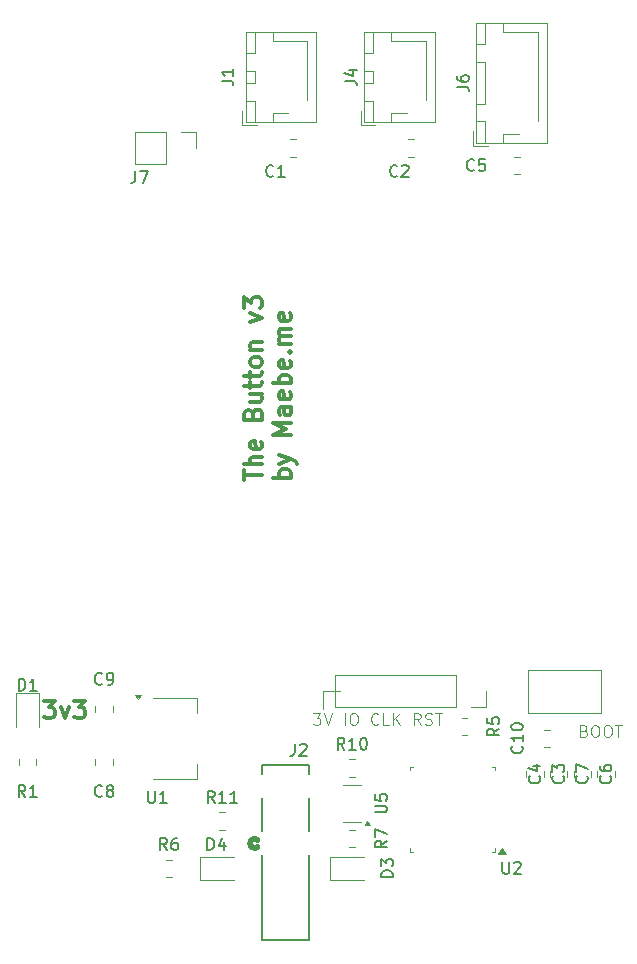
<source format=gbr>
%TF.GenerationSoftware,KiCad,Pcbnew,8.0.8*%
%TF.CreationDate,2025-01-17T17:00:29+08:00*%
%TF.ProjectId,The Button,54686520-4275-4747-946f-6e2e6b696361,rev?*%
%TF.SameCoordinates,Original*%
%TF.FileFunction,Legend,Top*%
%TF.FilePolarity,Positive*%
%FSLAX46Y46*%
G04 Gerber Fmt 4.6, Leading zero omitted, Abs format (unit mm)*
G04 Created by KiCad (PCBNEW 8.0.8) date 2025-01-17 17:00:29*
%MOMM*%
%LPD*%
G01*
G04 APERTURE LIST*
%ADD10C,0.300000*%
%ADD11C,0.100000*%
%ADD12C,0.150000*%
%ADD13C,0.120000*%
%ADD14C,0.152400*%
%ADD15C,0.508000*%
G04 APERTURE END LIST*
D10*
X150411653Y-82300828D02*
X151340225Y-82300828D01*
X151340225Y-82300828D02*
X150840225Y-82872257D01*
X150840225Y-82872257D02*
X151054510Y-82872257D01*
X151054510Y-82872257D02*
X151197368Y-82943685D01*
X151197368Y-82943685D02*
X151268796Y-83015114D01*
X151268796Y-83015114D02*
X151340225Y-83157971D01*
X151340225Y-83157971D02*
X151340225Y-83515114D01*
X151340225Y-83515114D02*
X151268796Y-83657971D01*
X151268796Y-83657971D02*
X151197368Y-83729400D01*
X151197368Y-83729400D02*
X151054510Y-83800828D01*
X151054510Y-83800828D02*
X150625939Y-83800828D01*
X150625939Y-83800828D02*
X150483082Y-83729400D01*
X150483082Y-83729400D02*
X150411653Y-83657971D01*
X151840224Y-82800828D02*
X152197367Y-83800828D01*
X152197367Y-83800828D02*
X152554510Y-82800828D01*
X152983081Y-82300828D02*
X153911653Y-82300828D01*
X153911653Y-82300828D02*
X153411653Y-82872257D01*
X153411653Y-82872257D02*
X153625938Y-82872257D01*
X153625938Y-82872257D02*
X153768796Y-82943685D01*
X153768796Y-82943685D02*
X153840224Y-83015114D01*
X153840224Y-83015114D02*
X153911653Y-83157971D01*
X153911653Y-83157971D02*
X153911653Y-83515114D01*
X153911653Y-83515114D02*
X153840224Y-83657971D01*
X153840224Y-83657971D02*
X153768796Y-83729400D01*
X153768796Y-83729400D02*
X153625938Y-83800828D01*
X153625938Y-83800828D02*
X153197367Y-83800828D01*
X153197367Y-83800828D02*
X153054510Y-83729400D01*
X153054510Y-83729400D02*
X152983081Y-83657971D01*
D11*
X174000000Y-83000000D02*
X174000000Y-81500000D01*
X173208646Y-83372419D02*
X173827693Y-83372419D01*
X173827693Y-83372419D02*
X173494360Y-83753371D01*
X173494360Y-83753371D02*
X173637217Y-83753371D01*
X173637217Y-83753371D02*
X173732455Y-83800990D01*
X173732455Y-83800990D02*
X173780074Y-83848609D01*
X173780074Y-83848609D02*
X173827693Y-83943847D01*
X173827693Y-83943847D02*
X173827693Y-84181942D01*
X173827693Y-84181942D02*
X173780074Y-84277180D01*
X173780074Y-84277180D02*
X173732455Y-84324800D01*
X173732455Y-84324800D02*
X173637217Y-84372419D01*
X173637217Y-84372419D02*
X173351503Y-84372419D01*
X173351503Y-84372419D02*
X173256265Y-84324800D01*
X173256265Y-84324800D02*
X173208646Y-84277180D01*
X174113408Y-83372419D02*
X174446741Y-84372419D01*
X174446741Y-84372419D02*
X174780074Y-83372419D01*
X175875313Y-84372419D02*
X175875313Y-83372419D01*
X176541979Y-83372419D02*
X176732455Y-83372419D01*
X176732455Y-83372419D02*
X176827693Y-83420038D01*
X176827693Y-83420038D02*
X176922931Y-83515276D01*
X176922931Y-83515276D02*
X176970550Y-83705752D01*
X176970550Y-83705752D02*
X176970550Y-84039085D01*
X176970550Y-84039085D02*
X176922931Y-84229561D01*
X176922931Y-84229561D02*
X176827693Y-84324800D01*
X176827693Y-84324800D02*
X176732455Y-84372419D01*
X176732455Y-84372419D02*
X176541979Y-84372419D01*
X176541979Y-84372419D02*
X176446741Y-84324800D01*
X176446741Y-84324800D02*
X176351503Y-84229561D01*
X176351503Y-84229561D02*
X176303884Y-84039085D01*
X176303884Y-84039085D02*
X176303884Y-83705752D01*
X176303884Y-83705752D02*
X176351503Y-83515276D01*
X176351503Y-83515276D02*
X176446741Y-83420038D01*
X176446741Y-83420038D02*
X176541979Y-83372419D01*
X178732455Y-84277180D02*
X178684836Y-84324800D01*
X178684836Y-84324800D02*
X178541979Y-84372419D01*
X178541979Y-84372419D02*
X178446741Y-84372419D01*
X178446741Y-84372419D02*
X178303884Y-84324800D01*
X178303884Y-84324800D02*
X178208646Y-84229561D01*
X178208646Y-84229561D02*
X178161027Y-84134323D01*
X178161027Y-84134323D02*
X178113408Y-83943847D01*
X178113408Y-83943847D02*
X178113408Y-83800990D01*
X178113408Y-83800990D02*
X178161027Y-83610514D01*
X178161027Y-83610514D02*
X178208646Y-83515276D01*
X178208646Y-83515276D02*
X178303884Y-83420038D01*
X178303884Y-83420038D02*
X178446741Y-83372419D01*
X178446741Y-83372419D02*
X178541979Y-83372419D01*
X178541979Y-83372419D02*
X178684836Y-83420038D01*
X178684836Y-83420038D02*
X178732455Y-83467657D01*
X179637217Y-84372419D02*
X179161027Y-84372419D01*
X179161027Y-84372419D02*
X179161027Y-83372419D01*
X179970551Y-84372419D02*
X179970551Y-83372419D01*
X180541979Y-84372419D02*
X180113408Y-83800990D01*
X180541979Y-83372419D02*
X179970551Y-83943847D01*
X182303884Y-84372419D02*
X181970551Y-83896228D01*
X181732456Y-84372419D02*
X181732456Y-83372419D01*
X181732456Y-83372419D02*
X182113408Y-83372419D01*
X182113408Y-83372419D02*
X182208646Y-83420038D01*
X182208646Y-83420038D02*
X182256265Y-83467657D01*
X182256265Y-83467657D02*
X182303884Y-83562895D01*
X182303884Y-83562895D02*
X182303884Y-83705752D01*
X182303884Y-83705752D02*
X182256265Y-83800990D01*
X182256265Y-83800990D02*
X182208646Y-83848609D01*
X182208646Y-83848609D02*
X182113408Y-83896228D01*
X182113408Y-83896228D02*
X181732456Y-83896228D01*
X182684837Y-84324800D02*
X182827694Y-84372419D01*
X182827694Y-84372419D02*
X183065789Y-84372419D01*
X183065789Y-84372419D02*
X183161027Y-84324800D01*
X183161027Y-84324800D02*
X183208646Y-84277180D01*
X183208646Y-84277180D02*
X183256265Y-84181942D01*
X183256265Y-84181942D02*
X183256265Y-84086704D01*
X183256265Y-84086704D02*
X183208646Y-83991466D01*
X183208646Y-83991466D02*
X183161027Y-83943847D01*
X183161027Y-83943847D02*
X183065789Y-83896228D01*
X183065789Y-83896228D02*
X182875313Y-83848609D01*
X182875313Y-83848609D02*
X182780075Y-83800990D01*
X182780075Y-83800990D02*
X182732456Y-83753371D01*
X182732456Y-83753371D02*
X182684837Y-83658133D01*
X182684837Y-83658133D02*
X182684837Y-83562895D01*
X182684837Y-83562895D02*
X182732456Y-83467657D01*
X182732456Y-83467657D02*
X182780075Y-83420038D01*
X182780075Y-83420038D02*
X182875313Y-83372419D01*
X182875313Y-83372419D02*
X183113408Y-83372419D01*
X183113408Y-83372419D02*
X183256265Y-83420038D01*
X183541980Y-83372419D02*
X184113408Y-83372419D01*
X183827694Y-84372419D02*
X183827694Y-83372419D01*
X196137217Y-84848609D02*
X196280074Y-84896228D01*
X196280074Y-84896228D02*
X196327693Y-84943847D01*
X196327693Y-84943847D02*
X196375312Y-85039085D01*
X196375312Y-85039085D02*
X196375312Y-85181942D01*
X196375312Y-85181942D02*
X196327693Y-85277180D01*
X196327693Y-85277180D02*
X196280074Y-85324800D01*
X196280074Y-85324800D02*
X196184836Y-85372419D01*
X196184836Y-85372419D02*
X195803884Y-85372419D01*
X195803884Y-85372419D02*
X195803884Y-84372419D01*
X195803884Y-84372419D02*
X196137217Y-84372419D01*
X196137217Y-84372419D02*
X196232455Y-84420038D01*
X196232455Y-84420038D02*
X196280074Y-84467657D01*
X196280074Y-84467657D02*
X196327693Y-84562895D01*
X196327693Y-84562895D02*
X196327693Y-84658133D01*
X196327693Y-84658133D02*
X196280074Y-84753371D01*
X196280074Y-84753371D02*
X196232455Y-84800990D01*
X196232455Y-84800990D02*
X196137217Y-84848609D01*
X196137217Y-84848609D02*
X195803884Y-84848609D01*
X196994360Y-84372419D02*
X197184836Y-84372419D01*
X197184836Y-84372419D02*
X197280074Y-84420038D01*
X197280074Y-84420038D02*
X197375312Y-84515276D01*
X197375312Y-84515276D02*
X197422931Y-84705752D01*
X197422931Y-84705752D02*
X197422931Y-85039085D01*
X197422931Y-85039085D02*
X197375312Y-85229561D01*
X197375312Y-85229561D02*
X197280074Y-85324800D01*
X197280074Y-85324800D02*
X197184836Y-85372419D01*
X197184836Y-85372419D02*
X196994360Y-85372419D01*
X196994360Y-85372419D02*
X196899122Y-85324800D01*
X196899122Y-85324800D02*
X196803884Y-85229561D01*
X196803884Y-85229561D02*
X196756265Y-85039085D01*
X196756265Y-85039085D02*
X196756265Y-84705752D01*
X196756265Y-84705752D02*
X196803884Y-84515276D01*
X196803884Y-84515276D02*
X196899122Y-84420038D01*
X196899122Y-84420038D02*
X196994360Y-84372419D01*
X198041979Y-84372419D02*
X198232455Y-84372419D01*
X198232455Y-84372419D02*
X198327693Y-84420038D01*
X198327693Y-84420038D02*
X198422931Y-84515276D01*
X198422931Y-84515276D02*
X198470550Y-84705752D01*
X198470550Y-84705752D02*
X198470550Y-85039085D01*
X198470550Y-85039085D02*
X198422931Y-85229561D01*
X198422931Y-85229561D02*
X198327693Y-85324800D01*
X198327693Y-85324800D02*
X198232455Y-85372419D01*
X198232455Y-85372419D02*
X198041979Y-85372419D01*
X198041979Y-85372419D02*
X197946741Y-85324800D01*
X197946741Y-85324800D02*
X197851503Y-85229561D01*
X197851503Y-85229561D02*
X197803884Y-85039085D01*
X197803884Y-85039085D02*
X197803884Y-84705752D01*
X197803884Y-84705752D02*
X197851503Y-84515276D01*
X197851503Y-84515276D02*
X197946741Y-84420038D01*
X197946741Y-84420038D02*
X198041979Y-84372419D01*
X198756265Y-84372419D02*
X199327693Y-84372419D01*
X199041979Y-85372419D02*
X199041979Y-84372419D01*
D10*
X167385912Y-63659774D02*
X167385912Y-62802632D01*
X168885912Y-63231203D02*
X167385912Y-63231203D01*
X168885912Y-62302632D02*
X167385912Y-62302632D01*
X168885912Y-61659775D02*
X168100198Y-61659775D01*
X168100198Y-61659775D02*
X167957341Y-61731203D01*
X167957341Y-61731203D02*
X167885912Y-61874060D01*
X167885912Y-61874060D02*
X167885912Y-62088346D01*
X167885912Y-62088346D02*
X167957341Y-62231203D01*
X167957341Y-62231203D02*
X168028769Y-62302632D01*
X168814484Y-60374060D02*
X168885912Y-60516917D01*
X168885912Y-60516917D02*
X168885912Y-60802632D01*
X168885912Y-60802632D02*
X168814484Y-60945489D01*
X168814484Y-60945489D02*
X168671626Y-61016917D01*
X168671626Y-61016917D02*
X168100198Y-61016917D01*
X168100198Y-61016917D02*
X167957341Y-60945489D01*
X167957341Y-60945489D02*
X167885912Y-60802632D01*
X167885912Y-60802632D02*
X167885912Y-60516917D01*
X167885912Y-60516917D02*
X167957341Y-60374060D01*
X167957341Y-60374060D02*
X168100198Y-60302632D01*
X168100198Y-60302632D02*
X168243055Y-60302632D01*
X168243055Y-60302632D02*
X168385912Y-61016917D01*
X168100198Y-58016918D02*
X168171626Y-57802632D01*
X168171626Y-57802632D02*
X168243055Y-57731203D01*
X168243055Y-57731203D02*
X168385912Y-57659775D01*
X168385912Y-57659775D02*
X168600198Y-57659775D01*
X168600198Y-57659775D02*
X168743055Y-57731203D01*
X168743055Y-57731203D02*
X168814484Y-57802632D01*
X168814484Y-57802632D02*
X168885912Y-57945489D01*
X168885912Y-57945489D02*
X168885912Y-58516918D01*
X168885912Y-58516918D02*
X167385912Y-58516918D01*
X167385912Y-58516918D02*
X167385912Y-58016918D01*
X167385912Y-58016918D02*
X167457341Y-57874061D01*
X167457341Y-57874061D02*
X167528769Y-57802632D01*
X167528769Y-57802632D02*
X167671626Y-57731203D01*
X167671626Y-57731203D02*
X167814484Y-57731203D01*
X167814484Y-57731203D02*
X167957341Y-57802632D01*
X167957341Y-57802632D02*
X168028769Y-57874061D01*
X168028769Y-57874061D02*
X168100198Y-58016918D01*
X168100198Y-58016918D02*
X168100198Y-58516918D01*
X167885912Y-56374061D02*
X168885912Y-56374061D01*
X167885912Y-57016918D02*
X168671626Y-57016918D01*
X168671626Y-57016918D02*
X168814484Y-56945489D01*
X168814484Y-56945489D02*
X168885912Y-56802632D01*
X168885912Y-56802632D02*
X168885912Y-56588346D01*
X168885912Y-56588346D02*
X168814484Y-56445489D01*
X168814484Y-56445489D02*
X168743055Y-56374061D01*
X167885912Y-55874060D02*
X167885912Y-55302632D01*
X167385912Y-55659775D02*
X168671626Y-55659775D01*
X168671626Y-55659775D02*
X168814484Y-55588346D01*
X168814484Y-55588346D02*
X168885912Y-55445489D01*
X168885912Y-55445489D02*
X168885912Y-55302632D01*
X167885912Y-55016917D02*
X167885912Y-54445489D01*
X167385912Y-54802632D02*
X168671626Y-54802632D01*
X168671626Y-54802632D02*
X168814484Y-54731203D01*
X168814484Y-54731203D02*
X168885912Y-54588346D01*
X168885912Y-54588346D02*
X168885912Y-54445489D01*
X168885912Y-53731203D02*
X168814484Y-53874060D01*
X168814484Y-53874060D02*
X168743055Y-53945489D01*
X168743055Y-53945489D02*
X168600198Y-54016917D01*
X168600198Y-54016917D02*
X168171626Y-54016917D01*
X168171626Y-54016917D02*
X168028769Y-53945489D01*
X168028769Y-53945489D02*
X167957341Y-53874060D01*
X167957341Y-53874060D02*
X167885912Y-53731203D01*
X167885912Y-53731203D02*
X167885912Y-53516917D01*
X167885912Y-53516917D02*
X167957341Y-53374060D01*
X167957341Y-53374060D02*
X168028769Y-53302632D01*
X168028769Y-53302632D02*
X168171626Y-53231203D01*
X168171626Y-53231203D02*
X168600198Y-53231203D01*
X168600198Y-53231203D02*
X168743055Y-53302632D01*
X168743055Y-53302632D02*
X168814484Y-53374060D01*
X168814484Y-53374060D02*
X168885912Y-53516917D01*
X168885912Y-53516917D02*
X168885912Y-53731203D01*
X167885912Y-52588346D02*
X168885912Y-52588346D01*
X168028769Y-52588346D02*
X167957341Y-52516917D01*
X167957341Y-52516917D02*
X167885912Y-52374060D01*
X167885912Y-52374060D02*
X167885912Y-52159774D01*
X167885912Y-52159774D02*
X167957341Y-52016917D01*
X167957341Y-52016917D02*
X168100198Y-51945489D01*
X168100198Y-51945489D02*
X168885912Y-51945489D01*
X167885912Y-50231203D02*
X168885912Y-49874060D01*
X168885912Y-49874060D02*
X167885912Y-49516917D01*
X167385912Y-49088346D02*
X167385912Y-48159774D01*
X167385912Y-48159774D02*
X167957341Y-48659774D01*
X167957341Y-48659774D02*
X167957341Y-48445489D01*
X167957341Y-48445489D02*
X168028769Y-48302632D01*
X168028769Y-48302632D02*
X168100198Y-48231203D01*
X168100198Y-48231203D02*
X168243055Y-48159774D01*
X168243055Y-48159774D02*
X168600198Y-48159774D01*
X168600198Y-48159774D02*
X168743055Y-48231203D01*
X168743055Y-48231203D02*
X168814484Y-48302632D01*
X168814484Y-48302632D02*
X168885912Y-48445489D01*
X168885912Y-48445489D02*
X168885912Y-48874060D01*
X168885912Y-48874060D02*
X168814484Y-49016917D01*
X168814484Y-49016917D02*
X168743055Y-49088346D01*
X171300828Y-63445489D02*
X169800828Y-63445489D01*
X170372257Y-63445489D02*
X170300828Y-63302632D01*
X170300828Y-63302632D02*
X170300828Y-63016917D01*
X170300828Y-63016917D02*
X170372257Y-62874060D01*
X170372257Y-62874060D02*
X170443685Y-62802632D01*
X170443685Y-62802632D02*
X170586542Y-62731203D01*
X170586542Y-62731203D02*
X171015114Y-62731203D01*
X171015114Y-62731203D02*
X171157971Y-62802632D01*
X171157971Y-62802632D02*
X171229400Y-62874060D01*
X171229400Y-62874060D02*
X171300828Y-63016917D01*
X171300828Y-63016917D02*
X171300828Y-63302632D01*
X171300828Y-63302632D02*
X171229400Y-63445489D01*
X170300828Y-62231203D02*
X171300828Y-61874060D01*
X170300828Y-61516917D02*
X171300828Y-61874060D01*
X171300828Y-61874060D02*
X171657971Y-62016917D01*
X171657971Y-62016917D02*
X171729400Y-62088346D01*
X171729400Y-62088346D02*
X171800828Y-62231203D01*
X171300828Y-59802632D02*
X169800828Y-59802632D01*
X169800828Y-59802632D02*
X170872257Y-59302632D01*
X170872257Y-59302632D02*
X169800828Y-58802632D01*
X169800828Y-58802632D02*
X171300828Y-58802632D01*
X171300828Y-57445489D02*
X170515114Y-57445489D01*
X170515114Y-57445489D02*
X170372257Y-57516917D01*
X170372257Y-57516917D02*
X170300828Y-57659774D01*
X170300828Y-57659774D02*
X170300828Y-57945489D01*
X170300828Y-57945489D02*
X170372257Y-58088346D01*
X171229400Y-57445489D02*
X171300828Y-57588346D01*
X171300828Y-57588346D02*
X171300828Y-57945489D01*
X171300828Y-57945489D02*
X171229400Y-58088346D01*
X171229400Y-58088346D02*
X171086542Y-58159774D01*
X171086542Y-58159774D02*
X170943685Y-58159774D01*
X170943685Y-58159774D02*
X170800828Y-58088346D01*
X170800828Y-58088346D02*
X170729400Y-57945489D01*
X170729400Y-57945489D02*
X170729400Y-57588346D01*
X170729400Y-57588346D02*
X170657971Y-57445489D01*
X171229400Y-56159774D02*
X171300828Y-56302631D01*
X171300828Y-56302631D02*
X171300828Y-56588346D01*
X171300828Y-56588346D02*
X171229400Y-56731203D01*
X171229400Y-56731203D02*
X171086542Y-56802631D01*
X171086542Y-56802631D02*
X170515114Y-56802631D01*
X170515114Y-56802631D02*
X170372257Y-56731203D01*
X170372257Y-56731203D02*
X170300828Y-56588346D01*
X170300828Y-56588346D02*
X170300828Y-56302631D01*
X170300828Y-56302631D02*
X170372257Y-56159774D01*
X170372257Y-56159774D02*
X170515114Y-56088346D01*
X170515114Y-56088346D02*
X170657971Y-56088346D01*
X170657971Y-56088346D02*
X170800828Y-56802631D01*
X171300828Y-55445489D02*
X169800828Y-55445489D01*
X170372257Y-55445489D02*
X170300828Y-55302632D01*
X170300828Y-55302632D02*
X170300828Y-55016917D01*
X170300828Y-55016917D02*
X170372257Y-54874060D01*
X170372257Y-54874060D02*
X170443685Y-54802632D01*
X170443685Y-54802632D02*
X170586542Y-54731203D01*
X170586542Y-54731203D02*
X171015114Y-54731203D01*
X171015114Y-54731203D02*
X171157971Y-54802632D01*
X171157971Y-54802632D02*
X171229400Y-54874060D01*
X171229400Y-54874060D02*
X171300828Y-55016917D01*
X171300828Y-55016917D02*
X171300828Y-55302632D01*
X171300828Y-55302632D02*
X171229400Y-55445489D01*
X171229400Y-53516917D02*
X171300828Y-53659774D01*
X171300828Y-53659774D02*
X171300828Y-53945489D01*
X171300828Y-53945489D02*
X171229400Y-54088346D01*
X171229400Y-54088346D02*
X171086542Y-54159774D01*
X171086542Y-54159774D02*
X170515114Y-54159774D01*
X170515114Y-54159774D02*
X170372257Y-54088346D01*
X170372257Y-54088346D02*
X170300828Y-53945489D01*
X170300828Y-53945489D02*
X170300828Y-53659774D01*
X170300828Y-53659774D02*
X170372257Y-53516917D01*
X170372257Y-53516917D02*
X170515114Y-53445489D01*
X170515114Y-53445489D02*
X170657971Y-53445489D01*
X170657971Y-53445489D02*
X170800828Y-54159774D01*
X171157971Y-52802632D02*
X171229400Y-52731203D01*
X171229400Y-52731203D02*
X171300828Y-52802632D01*
X171300828Y-52802632D02*
X171229400Y-52874060D01*
X171229400Y-52874060D02*
X171157971Y-52802632D01*
X171157971Y-52802632D02*
X171300828Y-52802632D01*
X171300828Y-52088346D02*
X170300828Y-52088346D01*
X170443685Y-52088346D02*
X170372257Y-52016917D01*
X170372257Y-52016917D02*
X170300828Y-51874060D01*
X170300828Y-51874060D02*
X170300828Y-51659774D01*
X170300828Y-51659774D02*
X170372257Y-51516917D01*
X170372257Y-51516917D02*
X170515114Y-51445489D01*
X170515114Y-51445489D02*
X171300828Y-51445489D01*
X170515114Y-51445489D02*
X170372257Y-51374060D01*
X170372257Y-51374060D02*
X170300828Y-51231203D01*
X170300828Y-51231203D02*
X170300828Y-51016917D01*
X170300828Y-51016917D02*
X170372257Y-50874060D01*
X170372257Y-50874060D02*
X170515114Y-50802631D01*
X170515114Y-50802631D02*
X171300828Y-50802631D01*
X171229400Y-49516917D02*
X171300828Y-49659774D01*
X171300828Y-49659774D02*
X171300828Y-49945489D01*
X171300828Y-49945489D02*
X171229400Y-50088346D01*
X171229400Y-50088346D02*
X171086542Y-50159774D01*
X171086542Y-50159774D02*
X170515114Y-50159774D01*
X170515114Y-50159774D02*
X170372257Y-50088346D01*
X170372257Y-50088346D02*
X170300828Y-49945489D01*
X170300828Y-49945489D02*
X170300828Y-49659774D01*
X170300828Y-49659774D02*
X170372257Y-49516917D01*
X170372257Y-49516917D02*
X170515114Y-49445489D01*
X170515114Y-49445489D02*
X170657971Y-49445489D01*
X170657971Y-49445489D02*
X170800828Y-50159774D01*
D11*
X174000000Y-81500000D02*
X175500000Y-81500000D01*
D12*
X158166666Y-37454819D02*
X158166666Y-38169104D01*
X158166666Y-38169104D02*
X158119047Y-38311961D01*
X158119047Y-38311961D02*
X158023809Y-38407200D01*
X158023809Y-38407200D02*
X157880952Y-38454819D01*
X157880952Y-38454819D02*
X157785714Y-38454819D01*
X158547619Y-37454819D02*
X159214285Y-37454819D01*
X159214285Y-37454819D02*
X158785714Y-38454819D01*
X179454819Y-94166666D02*
X178978628Y-94499999D01*
X179454819Y-94738094D02*
X178454819Y-94738094D01*
X178454819Y-94738094D02*
X178454819Y-94357142D01*
X178454819Y-94357142D02*
X178502438Y-94261904D01*
X178502438Y-94261904D02*
X178550057Y-94214285D01*
X178550057Y-94214285D02*
X178645295Y-94166666D01*
X178645295Y-94166666D02*
X178788152Y-94166666D01*
X178788152Y-94166666D02*
X178883390Y-94214285D01*
X178883390Y-94214285D02*
X178931009Y-94261904D01*
X178931009Y-94261904D02*
X178978628Y-94357142D01*
X178978628Y-94357142D02*
X178978628Y-94738094D01*
X178454819Y-93833332D02*
X178454819Y-93166666D01*
X178454819Y-93166666D02*
X179454819Y-93595237D01*
X194359580Y-88666666D02*
X194407200Y-88714285D01*
X194407200Y-88714285D02*
X194454819Y-88857142D01*
X194454819Y-88857142D02*
X194454819Y-88952380D01*
X194454819Y-88952380D02*
X194407200Y-89095237D01*
X194407200Y-89095237D02*
X194311961Y-89190475D01*
X194311961Y-89190475D02*
X194216723Y-89238094D01*
X194216723Y-89238094D02*
X194026247Y-89285713D01*
X194026247Y-89285713D02*
X193883390Y-89285713D01*
X193883390Y-89285713D02*
X193692914Y-89238094D01*
X193692914Y-89238094D02*
X193597676Y-89190475D01*
X193597676Y-89190475D02*
X193502438Y-89095237D01*
X193502438Y-89095237D02*
X193454819Y-88952380D01*
X193454819Y-88952380D02*
X193454819Y-88857142D01*
X193454819Y-88857142D02*
X193502438Y-88714285D01*
X193502438Y-88714285D02*
X193550057Y-88666666D01*
X193454819Y-88333332D02*
X193454819Y-87714285D01*
X193454819Y-87714285D02*
X193835771Y-88047618D01*
X193835771Y-88047618D02*
X193835771Y-87904761D01*
X193835771Y-87904761D02*
X193883390Y-87809523D01*
X193883390Y-87809523D02*
X193931009Y-87761904D01*
X193931009Y-87761904D02*
X194026247Y-87714285D01*
X194026247Y-87714285D02*
X194264342Y-87714285D01*
X194264342Y-87714285D02*
X194359580Y-87761904D01*
X194359580Y-87761904D02*
X194407200Y-87809523D01*
X194407200Y-87809523D02*
X194454819Y-87904761D01*
X194454819Y-87904761D02*
X194454819Y-88190475D01*
X194454819Y-88190475D02*
X194407200Y-88285713D01*
X194407200Y-88285713D02*
X194359580Y-88333332D01*
X155333333Y-90359580D02*
X155285714Y-90407200D01*
X155285714Y-90407200D02*
X155142857Y-90454819D01*
X155142857Y-90454819D02*
X155047619Y-90454819D01*
X155047619Y-90454819D02*
X154904762Y-90407200D01*
X154904762Y-90407200D02*
X154809524Y-90311961D01*
X154809524Y-90311961D02*
X154761905Y-90216723D01*
X154761905Y-90216723D02*
X154714286Y-90026247D01*
X154714286Y-90026247D02*
X154714286Y-89883390D01*
X154714286Y-89883390D02*
X154761905Y-89692914D01*
X154761905Y-89692914D02*
X154809524Y-89597676D01*
X154809524Y-89597676D02*
X154904762Y-89502438D01*
X154904762Y-89502438D02*
X155047619Y-89454819D01*
X155047619Y-89454819D02*
X155142857Y-89454819D01*
X155142857Y-89454819D02*
X155285714Y-89502438D01*
X155285714Y-89502438D02*
X155333333Y-89550057D01*
X155904762Y-89883390D02*
X155809524Y-89835771D01*
X155809524Y-89835771D02*
X155761905Y-89788152D01*
X155761905Y-89788152D02*
X155714286Y-89692914D01*
X155714286Y-89692914D02*
X155714286Y-89645295D01*
X155714286Y-89645295D02*
X155761905Y-89550057D01*
X155761905Y-89550057D02*
X155809524Y-89502438D01*
X155809524Y-89502438D02*
X155904762Y-89454819D01*
X155904762Y-89454819D02*
X156095238Y-89454819D01*
X156095238Y-89454819D02*
X156190476Y-89502438D01*
X156190476Y-89502438D02*
X156238095Y-89550057D01*
X156238095Y-89550057D02*
X156285714Y-89645295D01*
X156285714Y-89645295D02*
X156285714Y-89692914D01*
X156285714Y-89692914D02*
X156238095Y-89788152D01*
X156238095Y-89788152D02*
X156190476Y-89835771D01*
X156190476Y-89835771D02*
X156095238Y-89883390D01*
X156095238Y-89883390D02*
X155904762Y-89883390D01*
X155904762Y-89883390D02*
X155809524Y-89931009D01*
X155809524Y-89931009D02*
X155761905Y-89978628D01*
X155761905Y-89978628D02*
X155714286Y-90073866D01*
X155714286Y-90073866D02*
X155714286Y-90264342D01*
X155714286Y-90264342D02*
X155761905Y-90359580D01*
X155761905Y-90359580D02*
X155809524Y-90407200D01*
X155809524Y-90407200D02*
X155904762Y-90454819D01*
X155904762Y-90454819D02*
X156095238Y-90454819D01*
X156095238Y-90454819D02*
X156190476Y-90407200D01*
X156190476Y-90407200D02*
X156238095Y-90359580D01*
X156238095Y-90359580D02*
X156285714Y-90264342D01*
X156285714Y-90264342D02*
X156285714Y-90073866D01*
X156285714Y-90073866D02*
X156238095Y-89978628D01*
X156238095Y-89978628D02*
X156190476Y-89931009D01*
X156190476Y-89931009D02*
X156095238Y-89883390D01*
X164261905Y-94954819D02*
X164261905Y-93954819D01*
X164261905Y-93954819D02*
X164500000Y-93954819D01*
X164500000Y-93954819D02*
X164642857Y-94002438D01*
X164642857Y-94002438D02*
X164738095Y-94097676D01*
X164738095Y-94097676D02*
X164785714Y-94192914D01*
X164785714Y-94192914D02*
X164833333Y-94383390D01*
X164833333Y-94383390D02*
X164833333Y-94526247D01*
X164833333Y-94526247D02*
X164785714Y-94716723D01*
X164785714Y-94716723D02*
X164738095Y-94811961D01*
X164738095Y-94811961D02*
X164642857Y-94907200D01*
X164642857Y-94907200D02*
X164500000Y-94954819D01*
X164500000Y-94954819D02*
X164261905Y-94954819D01*
X165690476Y-94288152D02*
X165690476Y-94954819D01*
X165452381Y-93907200D02*
X165214286Y-94621485D01*
X165214286Y-94621485D02*
X165833333Y-94621485D01*
X159238095Y-89954819D02*
X159238095Y-90764342D01*
X159238095Y-90764342D02*
X159285714Y-90859580D01*
X159285714Y-90859580D02*
X159333333Y-90907200D01*
X159333333Y-90907200D02*
X159428571Y-90954819D01*
X159428571Y-90954819D02*
X159619047Y-90954819D01*
X159619047Y-90954819D02*
X159714285Y-90907200D01*
X159714285Y-90907200D02*
X159761904Y-90859580D01*
X159761904Y-90859580D02*
X159809523Y-90764342D01*
X159809523Y-90764342D02*
X159809523Y-89954819D01*
X160809523Y-90954819D02*
X160238095Y-90954819D01*
X160523809Y-90954819D02*
X160523809Y-89954819D01*
X160523809Y-89954819D02*
X160428571Y-90097676D01*
X160428571Y-90097676D02*
X160333333Y-90192914D01*
X160333333Y-90192914D02*
X160238095Y-90240533D01*
X169833333Y-37859580D02*
X169785714Y-37907200D01*
X169785714Y-37907200D02*
X169642857Y-37954819D01*
X169642857Y-37954819D02*
X169547619Y-37954819D01*
X169547619Y-37954819D02*
X169404762Y-37907200D01*
X169404762Y-37907200D02*
X169309524Y-37811961D01*
X169309524Y-37811961D02*
X169261905Y-37716723D01*
X169261905Y-37716723D02*
X169214286Y-37526247D01*
X169214286Y-37526247D02*
X169214286Y-37383390D01*
X169214286Y-37383390D02*
X169261905Y-37192914D01*
X169261905Y-37192914D02*
X169309524Y-37097676D01*
X169309524Y-37097676D02*
X169404762Y-37002438D01*
X169404762Y-37002438D02*
X169547619Y-36954819D01*
X169547619Y-36954819D02*
X169642857Y-36954819D01*
X169642857Y-36954819D02*
X169785714Y-37002438D01*
X169785714Y-37002438D02*
X169833333Y-37050057D01*
X170785714Y-37954819D02*
X170214286Y-37954819D01*
X170500000Y-37954819D02*
X170500000Y-36954819D01*
X170500000Y-36954819D02*
X170404762Y-37097676D01*
X170404762Y-37097676D02*
X170309524Y-37192914D01*
X170309524Y-37192914D02*
X170214286Y-37240533D01*
X178454819Y-91761904D02*
X179264342Y-91761904D01*
X179264342Y-91761904D02*
X179359580Y-91714285D01*
X179359580Y-91714285D02*
X179407200Y-91666666D01*
X179407200Y-91666666D02*
X179454819Y-91571428D01*
X179454819Y-91571428D02*
X179454819Y-91380952D01*
X179454819Y-91380952D02*
X179407200Y-91285714D01*
X179407200Y-91285714D02*
X179359580Y-91238095D01*
X179359580Y-91238095D02*
X179264342Y-91190476D01*
X179264342Y-91190476D02*
X178454819Y-91190476D01*
X178454819Y-90238095D02*
X178454819Y-90714285D01*
X178454819Y-90714285D02*
X178931009Y-90761904D01*
X178931009Y-90761904D02*
X178883390Y-90714285D01*
X178883390Y-90714285D02*
X178835771Y-90619047D01*
X178835771Y-90619047D02*
X178835771Y-90380952D01*
X178835771Y-90380952D02*
X178883390Y-90285714D01*
X178883390Y-90285714D02*
X178931009Y-90238095D01*
X178931009Y-90238095D02*
X179026247Y-90190476D01*
X179026247Y-90190476D02*
X179264342Y-90190476D01*
X179264342Y-90190476D02*
X179359580Y-90238095D01*
X179359580Y-90238095D02*
X179407200Y-90285714D01*
X179407200Y-90285714D02*
X179454819Y-90380952D01*
X179454819Y-90380952D02*
X179454819Y-90619047D01*
X179454819Y-90619047D02*
X179407200Y-90714285D01*
X179407200Y-90714285D02*
X179359580Y-90761904D01*
X165454819Y-29833333D02*
X166169104Y-29833333D01*
X166169104Y-29833333D02*
X166311961Y-29880952D01*
X166311961Y-29880952D02*
X166407200Y-29976190D01*
X166407200Y-29976190D02*
X166454819Y-30119047D01*
X166454819Y-30119047D02*
X166454819Y-30214285D01*
X166454819Y-28833333D02*
X166454819Y-29404761D01*
X166454819Y-29119047D02*
X165454819Y-29119047D01*
X165454819Y-29119047D02*
X165597676Y-29214285D01*
X165597676Y-29214285D02*
X165692914Y-29309523D01*
X165692914Y-29309523D02*
X165740533Y-29404761D01*
X175857142Y-86454819D02*
X175523809Y-85978628D01*
X175285714Y-86454819D02*
X175285714Y-85454819D01*
X175285714Y-85454819D02*
X175666666Y-85454819D01*
X175666666Y-85454819D02*
X175761904Y-85502438D01*
X175761904Y-85502438D02*
X175809523Y-85550057D01*
X175809523Y-85550057D02*
X175857142Y-85645295D01*
X175857142Y-85645295D02*
X175857142Y-85788152D01*
X175857142Y-85788152D02*
X175809523Y-85883390D01*
X175809523Y-85883390D02*
X175761904Y-85931009D01*
X175761904Y-85931009D02*
X175666666Y-85978628D01*
X175666666Y-85978628D02*
X175285714Y-85978628D01*
X176809523Y-86454819D02*
X176238095Y-86454819D01*
X176523809Y-86454819D02*
X176523809Y-85454819D01*
X176523809Y-85454819D02*
X176428571Y-85597676D01*
X176428571Y-85597676D02*
X176333333Y-85692914D01*
X176333333Y-85692914D02*
X176238095Y-85740533D01*
X177428571Y-85454819D02*
X177523809Y-85454819D01*
X177523809Y-85454819D02*
X177619047Y-85502438D01*
X177619047Y-85502438D02*
X177666666Y-85550057D01*
X177666666Y-85550057D02*
X177714285Y-85645295D01*
X177714285Y-85645295D02*
X177761904Y-85835771D01*
X177761904Y-85835771D02*
X177761904Y-86073866D01*
X177761904Y-86073866D02*
X177714285Y-86264342D01*
X177714285Y-86264342D02*
X177666666Y-86359580D01*
X177666666Y-86359580D02*
X177619047Y-86407200D01*
X177619047Y-86407200D02*
X177523809Y-86454819D01*
X177523809Y-86454819D02*
X177428571Y-86454819D01*
X177428571Y-86454819D02*
X177333333Y-86407200D01*
X177333333Y-86407200D02*
X177285714Y-86359580D01*
X177285714Y-86359580D02*
X177238095Y-86264342D01*
X177238095Y-86264342D02*
X177190476Y-86073866D01*
X177190476Y-86073866D02*
X177190476Y-85835771D01*
X177190476Y-85835771D02*
X177238095Y-85645295D01*
X177238095Y-85645295D02*
X177285714Y-85550057D01*
X177285714Y-85550057D02*
X177333333Y-85502438D01*
X177333333Y-85502438D02*
X177428571Y-85454819D01*
X148261905Y-81454819D02*
X148261905Y-80454819D01*
X148261905Y-80454819D02*
X148500000Y-80454819D01*
X148500000Y-80454819D02*
X148642857Y-80502438D01*
X148642857Y-80502438D02*
X148738095Y-80597676D01*
X148738095Y-80597676D02*
X148785714Y-80692914D01*
X148785714Y-80692914D02*
X148833333Y-80883390D01*
X148833333Y-80883390D02*
X148833333Y-81026247D01*
X148833333Y-81026247D02*
X148785714Y-81216723D01*
X148785714Y-81216723D02*
X148738095Y-81311961D01*
X148738095Y-81311961D02*
X148642857Y-81407200D01*
X148642857Y-81407200D02*
X148500000Y-81454819D01*
X148500000Y-81454819D02*
X148261905Y-81454819D01*
X149785714Y-81454819D02*
X149214286Y-81454819D01*
X149500000Y-81454819D02*
X149500000Y-80454819D01*
X149500000Y-80454819D02*
X149404762Y-80597676D01*
X149404762Y-80597676D02*
X149309524Y-80692914D01*
X149309524Y-80692914D02*
X149214286Y-80740533D01*
X180333333Y-37859580D02*
X180285714Y-37907200D01*
X180285714Y-37907200D02*
X180142857Y-37954819D01*
X180142857Y-37954819D02*
X180047619Y-37954819D01*
X180047619Y-37954819D02*
X179904762Y-37907200D01*
X179904762Y-37907200D02*
X179809524Y-37811961D01*
X179809524Y-37811961D02*
X179761905Y-37716723D01*
X179761905Y-37716723D02*
X179714286Y-37526247D01*
X179714286Y-37526247D02*
X179714286Y-37383390D01*
X179714286Y-37383390D02*
X179761905Y-37192914D01*
X179761905Y-37192914D02*
X179809524Y-37097676D01*
X179809524Y-37097676D02*
X179904762Y-37002438D01*
X179904762Y-37002438D02*
X180047619Y-36954819D01*
X180047619Y-36954819D02*
X180142857Y-36954819D01*
X180142857Y-36954819D02*
X180285714Y-37002438D01*
X180285714Y-37002438D02*
X180333333Y-37050057D01*
X180714286Y-37050057D02*
X180761905Y-37002438D01*
X180761905Y-37002438D02*
X180857143Y-36954819D01*
X180857143Y-36954819D02*
X181095238Y-36954819D01*
X181095238Y-36954819D02*
X181190476Y-37002438D01*
X181190476Y-37002438D02*
X181238095Y-37050057D01*
X181238095Y-37050057D02*
X181285714Y-37145295D01*
X181285714Y-37145295D02*
X181285714Y-37240533D01*
X181285714Y-37240533D02*
X181238095Y-37383390D01*
X181238095Y-37383390D02*
X180666667Y-37954819D01*
X180666667Y-37954819D02*
X181285714Y-37954819D01*
X148833333Y-90454819D02*
X148500000Y-89978628D01*
X148261905Y-90454819D02*
X148261905Y-89454819D01*
X148261905Y-89454819D02*
X148642857Y-89454819D01*
X148642857Y-89454819D02*
X148738095Y-89502438D01*
X148738095Y-89502438D02*
X148785714Y-89550057D01*
X148785714Y-89550057D02*
X148833333Y-89645295D01*
X148833333Y-89645295D02*
X148833333Y-89788152D01*
X148833333Y-89788152D02*
X148785714Y-89883390D01*
X148785714Y-89883390D02*
X148738095Y-89931009D01*
X148738095Y-89931009D02*
X148642857Y-89978628D01*
X148642857Y-89978628D02*
X148261905Y-89978628D01*
X149785714Y-90454819D02*
X149214286Y-90454819D01*
X149500000Y-90454819D02*
X149500000Y-89454819D01*
X149500000Y-89454819D02*
X149404762Y-89597676D01*
X149404762Y-89597676D02*
X149309524Y-89692914D01*
X149309524Y-89692914D02*
X149214286Y-89740533D01*
X198359580Y-88666666D02*
X198407200Y-88714285D01*
X198407200Y-88714285D02*
X198454819Y-88857142D01*
X198454819Y-88857142D02*
X198454819Y-88952380D01*
X198454819Y-88952380D02*
X198407200Y-89095237D01*
X198407200Y-89095237D02*
X198311961Y-89190475D01*
X198311961Y-89190475D02*
X198216723Y-89238094D01*
X198216723Y-89238094D02*
X198026247Y-89285713D01*
X198026247Y-89285713D02*
X197883390Y-89285713D01*
X197883390Y-89285713D02*
X197692914Y-89238094D01*
X197692914Y-89238094D02*
X197597676Y-89190475D01*
X197597676Y-89190475D02*
X197502438Y-89095237D01*
X197502438Y-89095237D02*
X197454819Y-88952380D01*
X197454819Y-88952380D02*
X197454819Y-88857142D01*
X197454819Y-88857142D02*
X197502438Y-88714285D01*
X197502438Y-88714285D02*
X197550057Y-88666666D01*
X197454819Y-87809523D02*
X197454819Y-87999999D01*
X197454819Y-87999999D02*
X197502438Y-88095237D01*
X197502438Y-88095237D02*
X197550057Y-88142856D01*
X197550057Y-88142856D02*
X197692914Y-88238094D01*
X197692914Y-88238094D02*
X197883390Y-88285713D01*
X197883390Y-88285713D02*
X198264342Y-88285713D01*
X198264342Y-88285713D02*
X198359580Y-88238094D01*
X198359580Y-88238094D02*
X198407200Y-88190475D01*
X198407200Y-88190475D02*
X198454819Y-88095237D01*
X198454819Y-88095237D02*
X198454819Y-87904761D01*
X198454819Y-87904761D02*
X198407200Y-87809523D01*
X198407200Y-87809523D02*
X198359580Y-87761904D01*
X198359580Y-87761904D02*
X198264342Y-87714285D01*
X198264342Y-87714285D02*
X198026247Y-87714285D01*
X198026247Y-87714285D02*
X197931009Y-87761904D01*
X197931009Y-87761904D02*
X197883390Y-87809523D01*
X197883390Y-87809523D02*
X197835771Y-87904761D01*
X197835771Y-87904761D02*
X197835771Y-88095237D01*
X197835771Y-88095237D02*
X197883390Y-88190475D01*
X197883390Y-88190475D02*
X197931009Y-88238094D01*
X197931009Y-88238094D02*
X198026247Y-88285713D01*
X160833333Y-94954819D02*
X160500000Y-94478628D01*
X160261905Y-94954819D02*
X160261905Y-93954819D01*
X160261905Y-93954819D02*
X160642857Y-93954819D01*
X160642857Y-93954819D02*
X160738095Y-94002438D01*
X160738095Y-94002438D02*
X160785714Y-94050057D01*
X160785714Y-94050057D02*
X160833333Y-94145295D01*
X160833333Y-94145295D02*
X160833333Y-94288152D01*
X160833333Y-94288152D02*
X160785714Y-94383390D01*
X160785714Y-94383390D02*
X160738095Y-94431009D01*
X160738095Y-94431009D02*
X160642857Y-94478628D01*
X160642857Y-94478628D02*
X160261905Y-94478628D01*
X161690476Y-93954819D02*
X161500000Y-93954819D01*
X161500000Y-93954819D02*
X161404762Y-94002438D01*
X161404762Y-94002438D02*
X161357143Y-94050057D01*
X161357143Y-94050057D02*
X161261905Y-94192914D01*
X161261905Y-94192914D02*
X161214286Y-94383390D01*
X161214286Y-94383390D02*
X161214286Y-94764342D01*
X161214286Y-94764342D02*
X161261905Y-94859580D01*
X161261905Y-94859580D02*
X161309524Y-94907200D01*
X161309524Y-94907200D02*
X161404762Y-94954819D01*
X161404762Y-94954819D02*
X161595238Y-94954819D01*
X161595238Y-94954819D02*
X161690476Y-94907200D01*
X161690476Y-94907200D02*
X161738095Y-94859580D01*
X161738095Y-94859580D02*
X161785714Y-94764342D01*
X161785714Y-94764342D02*
X161785714Y-94526247D01*
X161785714Y-94526247D02*
X161738095Y-94431009D01*
X161738095Y-94431009D02*
X161690476Y-94383390D01*
X161690476Y-94383390D02*
X161595238Y-94335771D01*
X161595238Y-94335771D02*
X161404762Y-94335771D01*
X161404762Y-94335771D02*
X161309524Y-94383390D01*
X161309524Y-94383390D02*
X161261905Y-94431009D01*
X161261905Y-94431009D02*
X161214286Y-94526247D01*
X190859580Y-86142857D02*
X190907200Y-86190476D01*
X190907200Y-86190476D02*
X190954819Y-86333333D01*
X190954819Y-86333333D02*
X190954819Y-86428571D01*
X190954819Y-86428571D02*
X190907200Y-86571428D01*
X190907200Y-86571428D02*
X190811961Y-86666666D01*
X190811961Y-86666666D02*
X190716723Y-86714285D01*
X190716723Y-86714285D02*
X190526247Y-86761904D01*
X190526247Y-86761904D02*
X190383390Y-86761904D01*
X190383390Y-86761904D02*
X190192914Y-86714285D01*
X190192914Y-86714285D02*
X190097676Y-86666666D01*
X190097676Y-86666666D02*
X190002438Y-86571428D01*
X190002438Y-86571428D02*
X189954819Y-86428571D01*
X189954819Y-86428571D02*
X189954819Y-86333333D01*
X189954819Y-86333333D02*
X190002438Y-86190476D01*
X190002438Y-86190476D02*
X190050057Y-86142857D01*
X190954819Y-85190476D02*
X190954819Y-85761904D01*
X190954819Y-85476190D02*
X189954819Y-85476190D01*
X189954819Y-85476190D02*
X190097676Y-85571428D01*
X190097676Y-85571428D02*
X190192914Y-85666666D01*
X190192914Y-85666666D02*
X190240533Y-85761904D01*
X189954819Y-84571428D02*
X189954819Y-84476190D01*
X189954819Y-84476190D02*
X190002438Y-84380952D01*
X190002438Y-84380952D02*
X190050057Y-84333333D01*
X190050057Y-84333333D02*
X190145295Y-84285714D01*
X190145295Y-84285714D02*
X190335771Y-84238095D01*
X190335771Y-84238095D02*
X190573866Y-84238095D01*
X190573866Y-84238095D02*
X190764342Y-84285714D01*
X190764342Y-84285714D02*
X190859580Y-84333333D01*
X190859580Y-84333333D02*
X190907200Y-84380952D01*
X190907200Y-84380952D02*
X190954819Y-84476190D01*
X190954819Y-84476190D02*
X190954819Y-84571428D01*
X190954819Y-84571428D02*
X190907200Y-84666666D01*
X190907200Y-84666666D02*
X190859580Y-84714285D01*
X190859580Y-84714285D02*
X190764342Y-84761904D01*
X190764342Y-84761904D02*
X190573866Y-84809523D01*
X190573866Y-84809523D02*
X190335771Y-84809523D01*
X190335771Y-84809523D02*
X190145295Y-84761904D01*
X190145295Y-84761904D02*
X190050057Y-84714285D01*
X190050057Y-84714285D02*
X190002438Y-84666666D01*
X190002438Y-84666666D02*
X189954819Y-84571428D01*
X164857142Y-90954819D02*
X164523809Y-90478628D01*
X164285714Y-90954819D02*
X164285714Y-89954819D01*
X164285714Y-89954819D02*
X164666666Y-89954819D01*
X164666666Y-89954819D02*
X164761904Y-90002438D01*
X164761904Y-90002438D02*
X164809523Y-90050057D01*
X164809523Y-90050057D02*
X164857142Y-90145295D01*
X164857142Y-90145295D02*
X164857142Y-90288152D01*
X164857142Y-90288152D02*
X164809523Y-90383390D01*
X164809523Y-90383390D02*
X164761904Y-90431009D01*
X164761904Y-90431009D02*
X164666666Y-90478628D01*
X164666666Y-90478628D02*
X164285714Y-90478628D01*
X165809523Y-90954819D02*
X165238095Y-90954819D01*
X165523809Y-90954819D02*
X165523809Y-89954819D01*
X165523809Y-89954819D02*
X165428571Y-90097676D01*
X165428571Y-90097676D02*
X165333333Y-90192914D01*
X165333333Y-90192914D02*
X165238095Y-90240533D01*
X166761904Y-90954819D02*
X166190476Y-90954819D01*
X166476190Y-90954819D02*
X166476190Y-89954819D01*
X166476190Y-89954819D02*
X166380952Y-90097676D01*
X166380952Y-90097676D02*
X166285714Y-90192914D01*
X166285714Y-90192914D02*
X166190476Y-90240533D01*
X179954819Y-97238094D02*
X178954819Y-97238094D01*
X178954819Y-97238094D02*
X178954819Y-96999999D01*
X178954819Y-96999999D02*
X179002438Y-96857142D01*
X179002438Y-96857142D02*
X179097676Y-96761904D01*
X179097676Y-96761904D02*
X179192914Y-96714285D01*
X179192914Y-96714285D02*
X179383390Y-96666666D01*
X179383390Y-96666666D02*
X179526247Y-96666666D01*
X179526247Y-96666666D02*
X179716723Y-96714285D01*
X179716723Y-96714285D02*
X179811961Y-96761904D01*
X179811961Y-96761904D02*
X179907200Y-96857142D01*
X179907200Y-96857142D02*
X179954819Y-96999999D01*
X179954819Y-96999999D02*
X179954819Y-97238094D01*
X178954819Y-96333332D02*
X178954819Y-95714285D01*
X178954819Y-95714285D02*
X179335771Y-96047618D01*
X179335771Y-96047618D02*
X179335771Y-95904761D01*
X179335771Y-95904761D02*
X179383390Y-95809523D01*
X179383390Y-95809523D02*
X179431009Y-95761904D01*
X179431009Y-95761904D02*
X179526247Y-95714285D01*
X179526247Y-95714285D02*
X179764342Y-95714285D01*
X179764342Y-95714285D02*
X179859580Y-95761904D01*
X179859580Y-95761904D02*
X179907200Y-95809523D01*
X179907200Y-95809523D02*
X179954819Y-95904761D01*
X179954819Y-95904761D02*
X179954819Y-96190475D01*
X179954819Y-96190475D02*
X179907200Y-96285713D01*
X179907200Y-96285713D02*
X179859580Y-96333332D01*
X188954819Y-84666666D02*
X188478628Y-84999999D01*
X188954819Y-85238094D02*
X187954819Y-85238094D01*
X187954819Y-85238094D02*
X187954819Y-84857142D01*
X187954819Y-84857142D02*
X188002438Y-84761904D01*
X188002438Y-84761904D02*
X188050057Y-84714285D01*
X188050057Y-84714285D02*
X188145295Y-84666666D01*
X188145295Y-84666666D02*
X188288152Y-84666666D01*
X188288152Y-84666666D02*
X188383390Y-84714285D01*
X188383390Y-84714285D02*
X188431009Y-84761904D01*
X188431009Y-84761904D02*
X188478628Y-84857142D01*
X188478628Y-84857142D02*
X188478628Y-85238094D01*
X187954819Y-83761904D02*
X187954819Y-84238094D01*
X187954819Y-84238094D02*
X188431009Y-84285713D01*
X188431009Y-84285713D02*
X188383390Y-84238094D01*
X188383390Y-84238094D02*
X188335771Y-84142856D01*
X188335771Y-84142856D02*
X188335771Y-83904761D01*
X188335771Y-83904761D02*
X188383390Y-83809523D01*
X188383390Y-83809523D02*
X188431009Y-83761904D01*
X188431009Y-83761904D02*
X188526247Y-83714285D01*
X188526247Y-83714285D02*
X188764342Y-83714285D01*
X188764342Y-83714285D02*
X188859580Y-83761904D01*
X188859580Y-83761904D02*
X188907200Y-83809523D01*
X188907200Y-83809523D02*
X188954819Y-83904761D01*
X188954819Y-83904761D02*
X188954819Y-84142856D01*
X188954819Y-84142856D02*
X188907200Y-84238094D01*
X188907200Y-84238094D02*
X188859580Y-84285713D01*
X185379819Y-30333333D02*
X186094104Y-30333333D01*
X186094104Y-30333333D02*
X186236961Y-30380952D01*
X186236961Y-30380952D02*
X186332200Y-30476190D01*
X186332200Y-30476190D02*
X186379819Y-30619047D01*
X186379819Y-30619047D02*
X186379819Y-30714285D01*
X185379819Y-29428571D02*
X185379819Y-29619047D01*
X185379819Y-29619047D02*
X185427438Y-29714285D01*
X185427438Y-29714285D02*
X185475057Y-29761904D01*
X185475057Y-29761904D02*
X185617914Y-29857142D01*
X185617914Y-29857142D02*
X185808390Y-29904761D01*
X185808390Y-29904761D02*
X186189342Y-29904761D01*
X186189342Y-29904761D02*
X186284580Y-29857142D01*
X186284580Y-29857142D02*
X186332200Y-29809523D01*
X186332200Y-29809523D02*
X186379819Y-29714285D01*
X186379819Y-29714285D02*
X186379819Y-29523809D01*
X186379819Y-29523809D02*
X186332200Y-29428571D01*
X186332200Y-29428571D02*
X186284580Y-29380952D01*
X186284580Y-29380952D02*
X186189342Y-29333333D01*
X186189342Y-29333333D02*
X185951247Y-29333333D01*
X185951247Y-29333333D02*
X185856009Y-29380952D01*
X185856009Y-29380952D02*
X185808390Y-29428571D01*
X185808390Y-29428571D02*
X185760771Y-29523809D01*
X185760771Y-29523809D02*
X185760771Y-29714285D01*
X185760771Y-29714285D02*
X185808390Y-29809523D01*
X185808390Y-29809523D02*
X185856009Y-29857142D01*
X185856009Y-29857142D02*
X185951247Y-29904761D01*
X171666666Y-85954819D02*
X171666666Y-86669104D01*
X171666666Y-86669104D02*
X171619047Y-86811961D01*
X171619047Y-86811961D02*
X171523809Y-86907200D01*
X171523809Y-86907200D02*
X171380952Y-86954819D01*
X171380952Y-86954819D02*
X171285714Y-86954819D01*
X172095238Y-86050057D02*
X172142857Y-86002438D01*
X172142857Y-86002438D02*
X172238095Y-85954819D01*
X172238095Y-85954819D02*
X172476190Y-85954819D01*
X172476190Y-85954819D02*
X172571428Y-86002438D01*
X172571428Y-86002438D02*
X172619047Y-86050057D01*
X172619047Y-86050057D02*
X172666666Y-86145295D01*
X172666666Y-86145295D02*
X172666666Y-86240533D01*
X172666666Y-86240533D02*
X172619047Y-86383390D01*
X172619047Y-86383390D02*
X172047619Y-86954819D01*
X172047619Y-86954819D02*
X172666666Y-86954819D01*
X155333333Y-80859580D02*
X155285714Y-80907200D01*
X155285714Y-80907200D02*
X155142857Y-80954819D01*
X155142857Y-80954819D02*
X155047619Y-80954819D01*
X155047619Y-80954819D02*
X154904762Y-80907200D01*
X154904762Y-80907200D02*
X154809524Y-80811961D01*
X154809524Y-80811961D02*
X154761905Y-80716723D01*
X154761905Y-80716723D02*
X154714286Y-80526247D01*
X154714286Y-80526247D02*
X154714286Y-80383390D01*
X154714286Y-80383390D02*
X154761905Y-80192914D01*
X154761905Y-80192914D02*
X154809524Y-80097676D01*
X154809524Y-80097676D02*
X154904762Y-80002438D01*
X154904762Y-80002438D02*
X155047619Y-79954819D01*
X155047619Y-79954819D02*
X155142857Y-79954819D01*
X155142857Y-79954819D02*
X155285714Y-80002438D01*
X155285714Y-80002438D02*
X155333333Y-80050057D01*
X155809524Y-80954819D02*
X156000000Y-80954819D01*
X156000000Y-80954819D02*
X156095238Y-80907200D01*
X156095238Y-80907200D02*
X156142857Y-80859580D01*
X156142857Y-80859580D02*
X156238095Y-80716723D01*
X156238095Y-80716723D02*
X156285714Y-80526247D01*
X156285714Y-80526247D02*
X156285714Y-80145295D01*
X156285714Y-80145295D02*
X156238095Y-80050057D01*
X156238095Y-80050057D02*
X156190476Y-80002438D01*
X156190476Y-80002438D02*
X156095238Y-79954819D01*
X156095238Y-79954819D02*
X155904762Y-79954819D01*
X155904762Y-79954819D02*
X155809524Y-80002438D01*
X155809524Y-80002438D02*
X155761905Y-80050057D01*
X155761905Y-80050057D02*
X155714286Y-80145295D01*
X155714286Y-80145295D02*
X155714286Y-80383390D01*
X155714286Y-80383390D02*
X155761905Y-80478628D01*
X155761905Y-80478628D02*
X155809524Y-80526247D01*
X155809524Y-80526247D02*
X155904762Y-80573866D01*
X155904762Y-80573866D02*
X156095238Y-80573866D01*
X156095238Y-80573866D02*
X156190476Y-80526247D01*
X156190476Y-80526247D02*
X156238095Y-80478628D01*
X156238095Y-80478628D02*
X156285714Y-80383390D01*
X186833333Y-37359580D02*
X186785714Y-37407200D01*
X186785714Y-37407200D02*
X186642857Y-37454819D01*
X186642857Y-37454819D02*
X186547619Y-37454819D01*
X186547619Y-37454819D02*
X186404762Y-37407200D01*
X186404762Y-37407200D02*
X186309524Y-37311961D01*
X186309524Y-37311961D02*
X186261905Y-37216723D01*
X186261905Y-37216723D02*
X186214286Y-37026247D01*
X186214286Y-37026247D02*
X186214286Y-36883390D01*
X186214286Y-36883390D02*
X186261905Y-36692914D01*
X186261905Y-36692914D02*
X186309524Y-36597676D01*
X186309524Y-36597676D02*
X186404762Y-36502438D01*
X186404762Y-36502438D02*
X186547619Y-36454819D01*
X186547619Y-36454819D02*
X186642857Y-36454819D01*
X186642857Y-36454819D02*
X186785714Y-36502438D01*
X186785714Y-36502438D02*
X186833333Y-36550057D01*
X187738095Y-36454819D02*
X187261905Y-36454819D01*
X187261905Y-36454819D02*
X187214286Y-36931009D01*
X187214286Y-36931009D02*
X187261905Y-36883390D01*
X187261905Y-36883390D02*
X187357143Y-36835771D01*
X187357143Y-36835771D02*
X187595238Y-36835771D01*
X187595238Y-36835771D02*
X187690476Y-36883390D01*
X187690476Y-36883390D02*
X187738095Y-36931009D01*
X187738095Y-36931009D02*
X187785714Y-37026247D01*
X187785714Y-37026247D02*
X187785714Y-37264342D01*
X187785714Y-37264342D02*
X187738095Y-37359580D01*
X187738095Y-37359580D02*
X187690476Y-37407200D01*
X187690476Y-37407200D02*
X187595238Y-37454819D01*
X187595238Y-37454819D02*
X187357143Y-37454819D01*
X187357143Y-37454819D02*
X187261905Y-37407200D01*
X187261905Y-37407200D02*
X187214286Y-37359580D01*
X196359580Y-88666666D02*
X196407200Y-88714285D01*
X196407200Y-88714285D02*
X196454819Y-88857142D01*
X196454819Y-88857142D02*
X196454819Y-88952380D01*
X196454819Y-88952380D02*
X196407200Y-89095237D01*
X196407200Y-89095237D02*
X196311961Y-89190475D01*
X196311961Y-89190475D02*
X196216723Y-89238094D01*
X196216723Y-89238094D02*
X196026247Y-89285713D01*
X196026247Y-89285713D02*
X195883390Y-89285713D01*
X195883390Y-89285713D02*
X195692914Y-89238094D01*
X195692914Y-89238094D02*
X195597676Y-89190475D01*
X195597676Y-89190475D02*
X195502438Y-89095237D01*
X195502438Y-89095237D02*
X195454819Y-88952380D01*
X195454819Y-88952380D02*
X195454819Y-88857142D01*
X195454819Y-88857142D02*
X195502438Y-88714285D01*
X195502438Y-88714285D02*
X195550057Y-88666666D01*
X195454819Y-88333332D02*
X195454819Y-87666666D01*
X195454819Y-87666666D02*
X196454819Y-88095237D01*
X192359580Y-88666666D02*
X192407200Y-88714285D01*
X192407200Y-88714285D02*
X192454819Y-88857142D01*
X192454819Y-88857142D02*
X192454819Y-88952380D01*
X192454819Y-88952380D02*
X192407200Y-89095237D01*
X192407200Y-89095237D02*
X192311961Y-89190475D01*
X192311961Y-89190475D02*
X192216723Y-89238094D01*
X192216723Y-89238094D02*
X192026247Y-89285713D01*
X192026247Y-89285713D02*
X191883390Y-89285713D01*
X191883390Y-89285713D02*
X191692914Y-89238094D01*
X191692914Y-89238094D02*
X191597676Y-89190475D01*
X191597676Y-89190475D02*
X191502438Y-89095237D01*
X191502438Y-89095237D02*
X191454819Y-88952380D01*
X191454819Y-88952380D02*
X191454819Y-88857142D01*
X191454819Y-88857142D02*
X191502438Y-88714285D01*
X191502438Y-88714285D02*
X191550057Y-88666666D01*
X191788152Y-87809523D02*
X192454819Y-87809523D01*
X191407200Y-88047618D02*
X192121485Y-88285713D01*
X192121485Y-88285713D02*
X192121485Y-87666666D01*
X189238095Y-95954819D02*
X189238095Y-96764342D01*
X189238095Y-96764342D02*
X189285714Y-96859580D01*
X189285714Y-96859580D02*
X189333333Y-96907200D01*
X189333333Y-96907200D02*
X189428571Y-96954819D01*
X189428571Y-96954819D02*
X189619047Y-96954819D01*
X189619047Y-96954819D02*
X189714285Y-96907200D01*
X189714285Y-96907200D02*
X189761904Y-96859580D01*
X189761904Y-96859580D02*
X189809523Y-96764342D01*
X189809523Y-96764342D02*
X189809523Y-95954819D01*
X190238095Y-96050057D02*
X190285714Y-96002438D01*
X190285714Y-96002438D02*
X190380952Y-95954819D01*
X190380952Y-95954819D02*
X190619047Y-95954819D01*
X190619047Y-95954819D02*
X190714285Y-96002438D01*
X190714285Y-96002438D02*
X190761904Y-96050057D01*
X190761904Y-96050057D02*
X190809523Y-96145295D01*
X190809523Y-96145295D02*
X190809523Y-96240533D01*
X190809523Y-96240533D02*
X190761904Y-96383390D01*
X190761904Y-96383390D02*
X190190476Y-96954819D01*
X190190476Y-96954819D02*
X190809523Y-96954819D01*
X175879819Y-29833333D02*
X176594104Y-29833333D01*
X176594104Y-29833333D02*
X176736961Y-29880952D01*
X176736961Y-29880952D02*
X176832200Y-29976190D01*
X176832200Y-29976190D02*
X176879819Y-30119047D01*
X176879819Y-30119047D02*
X176879819Y-30214285D01*
X176213152Y-28928571D02*
X176879819Y-28928571D01*
X175832200Y-29166666D02*
X176546485Y-29404761D01*
X176546485Y-29404761D02*
X176546485Y-28785714D01*
D13*
%TO.C,J7*%
X163330000Y-34170000D02*
X163330000Y-35500000D01*
X162000000Y-34170000D02*
X163330000Y-34170000D01*
X160730000Y-34170000D02*
X158130000Y-34170000D01*
X160730000Y-34170000D02*
X160730000Y-36830000D01*
X158130000Y-34170000D02*
X158130000Y-36830000D01*
X160730000Y-36830000D02*
X158130000Y-36830000D01*
%TO.C,R7*%
X176272936Y-93265000D02*
X176727064Y-93265000D01*
X176272936Y-94735000D02*
X176727064Y-94735000D01*
%TO.C,C3*%
X194735000Y-88761252D02*
X194735000Y-88238748D01*
X193265000Y-88761252D02*
X193265000Y-88238748D01*
%TO.C,C8*%
X156235000Y-87761252D02*
X156235000Y-87238748D01*
X154765000Y-87761252D02*
X154765000Y-87238748D01*
%TO.C,D4*%
X163615000Y-95540000D02*
X163615000Y-97460000D01*
X163615000Y-97460000D02*
X166475000Y-97460000D01*
X166475000Y-95540000D02*
X163615000Y-95540000D01*
%TO.C,U1*%
X159650000Y-82090000D02*
X163410000Y-82090000D01*
X159650000Y-88910000D02*
X163410000Y-88910000D01*
X163410000Y-82090000D02*
X163410000Y-83350000D01*
X163410000Y-88910000D02*
X163410000Y-87650000D01*
X158370000Y-82190000D02*
X158130000Y-81860000D01*
X158610000Y-81860000D01*
X158370000Y-82190000D01*
G36*
X158370000Y-82190000D02*
G01*
X158130000Y-81860000D01*
X158610000Y-81860000D01*
X158370000Y-82190000D01*
G37*
%TO.C,J5*%
X185280000Y-82830000D02*
X175060000Y-82830000D01*
X187880000Y-82830000D02*
X186550000Y-82830000D01*
X187880000Y-81500000D02*
X187880000Y-82830000D01*
X175060000Y-80170000D02*
X175060000Y-82830000D01*
X185280000Y-80170000D02*
X185280000Y-82830000D01*
X185280000Y-80170000D02*
X175060000Y-80170000D01*
%TO.C,C1*%
X171238748Y-34765000D02*
X171761252Y-34765000D01*
X171238748Y-36235000D02*
X171761252Y-36235000D01*
%TO.C,U5*%
X176500000Y-92560000D02*
X177300000Y-92560000D01*
X176500000Y-92560000D02*
X175700000Y-92560000D01*
X176500000Y-89440000D02*
X177300000Y-89440000D01*
X176500000Y-89440000D02*
X175700000Y-89440000D01*
X178040000Y-92840000D02*
X177560000Y-92840000D01*
X177800000Y-92510000D01*
X178040000Y-92840000D01*
G36*
X178040000Y-92840000D02*
G01*
X177560000Y-92840000D01*
X177800000Y-92510000D01*
X178040000Y-92840000D01*
G37*
%TO.C,J1*%
X167225000Y-32350000D02*
X167225000Y-33600000D01*
X167225000Y-33600000D02*
X168475000Y-33600000D01*
X167515000Y-25690000D02*
X167515000Y-33310000D01*
X167515000Y-33310000D02*
X173485000Y-33310000D01*
X167525000Y-25700000D02*
X167525000Y-27500000D01*
X167525000Y-27500000D02*
X168275000Y-27500000D01*
X167525000Y-29000000D02*
X167525000Y-30000000D01*
X167525000Y-30000000D02*
X168275000Y-30000000D01*
X167525000Y-31500000D02*
X167525000Y-33300000D01*
X167525000Y-33300000D02*
X168275000Y-33300000D01*
X168275000Y-25700000D02*
X167525000Y-25700000D01*
X168275000Y-27500000D02*
X168275000Y-25700000D01*
X168275000Y-29000000D02*
X167525000Y-29000000D01*
X168275000Y-30000000D02*
X168275000Y-29000000D01*
X168275000Y-31500000D02*
X167525000Y-31500000D01*
X168275000Y-33300000D02*
X168275000Y-31500000D01*
X169775000Y-25700000D02*
X169775000Y-26450000D01*
X169775000Y-26450000D02*
X172725000Y-26450000D01*
X169775000Y-32550000D02*
X171115000Y-32550000D01*
X169775000Y-33300000D02*
X169775000Y-32550000D01*
X172725000Y-26450000D02*
X172725000Y-29500000D01*
X172725000Y-29500000D02*
X172725000Y-31490000D01*
X173485000Y-25690000D02*
X167515000Y-25690000D01*
X173485000Y-33310000D02*
X173485000Y-25690000D01*
%TO.C,R10*%
X176272936Y-87265000D02*
X176727064Y-87265000D01*
X176272936Y-88735000D02*
X176727064Y-88735000D01*
%TO.C,D1*%
X149960000Y-81640000D02*
X148040000Y-81640000D01*
X148040000Y-81640000D02*
X148040000Y-84500000D01*
X149960000Y-84500000D02*
X149960000Y-81640000D01*
%TO.C,C2*%
X181238748Y-34765000D02*
X181761252Y-34765000D01*
X181238748Y-36235000D02*
X181761252Y-36235000D01*
%TO.C,R1*%
X149735000Y-87727064D02*
X149735000Y-87272936D01*
X148265000Y-87727064D02*
X148265000Y-87272936D01*
%TO.C,C6*%
X198735000Y-88761252D02*
X198735000Y-88238748D01*
X197265000Y-88761252D02*
X197265000Y-88238748D01*
%TO.C,R6*%
X161227064Y-95765000D02*
X160772936Y-95765000D01*
X161227064Y-97235000D02*
X160772936Y-97235000D01*
%TO.C,C10*%
X192738748Y-84765000D02*
X193261252Y-84765000D01*
X192738748Y-86235000D02*
X193261252Y-86235000D01*
%TO.C,R11*%
X165727064Y-91765000D02*
X165272936Y-91765000D01*
X165727064Y-93235000D02*
X165272936Y-93235000D01*
%TO.C,D3*%
X174665000Y-95540000D02*
X174665000Y-97460000D01*
X174665000Y-97460000D02*
X177525000Y-97460000D01*
X177525000Y-95540000D02*
X174665000Y-95540000D01*
%TO.C,R5*%
X185772936Y-83765000D02*
X186227064Y-83765000D01*
X185772936Y-85235000D02*
X186227064Y-85235000D01*
%TO.C,J6*%
X186725000Y-35350000D02*
X187975000Y-35350000D01*
X187015000Y-35060000D02*
X192985000Y-35060000D01*
X192985000Y-35060000D02*
X192985000Y-24940000D01*
X187025000Y-35050000D02*
X187775000Y-35050000D01*
X187775000Y-35050000D02*
X187775000Y-33250000D01*
X189275000Y-35050000D02*
X189275000Y-34300000D01*
X189275000Y-34300000D02*
X190615000Y-34300000D01*
X186725000Y-34100000D02*
X186725000Y-35350000D01*
X187025000Y-33250000D02*
X187025000Y-35050000D01*
X187775000Y-33250000D02*
X187025000Y-33250000D01*
X187025000Y-31750000D02*
X187775000Y-31750000D01*
X187775000Y-31750000D02*
X187775000Y-28250000D01*
X192225000Y-30000000D02*
X192225000Y-33240000D01*
X187025000Y-28250000D02*
X187025000Y-31750000D01*
X187775000Y-28250000D02*
X187025000Y-28250000D01*
X187025000Y-26750000D02*
X187775000Y-26750000D01*
X187775000Y-26750000D02*
X187775000Y-24950000D01*
X189275000Y-25700000D02*
X192225000Y-25700000D01*
X192225000Y-25700000D02*
X192225000Y-30000000D01*
X187025000Y-24950000D02*
X187025000Y-26750000D01*
X187775000Y-24950000D02*
X187025000Y-24950000D01*
X189275000Y-24950000D02*
X189275000Y-25700000D01*
X187015000Y-24940000D02*
X187015000Y-35060000D01*
X192985000Y-24940000D02*
X187015000Y-24940000D01*
D14*
%TO.C,J2*%
X168883400Y-87772999D02*
X168883400Y-88520813D01*
X168883400Y-90579184D02*
X168883400Y-93320814D01*
X168883400Y-95379184D02*
X168883400Y-102581199D01*
X168883400Y-102581199D02*
X172896600Y-102581199D01*
X172896600Y-87772999D02*
X168883400Y-87772999D01*
X172896600Y-88520813D02*
X172896600Y-87772999D01*
X172896600Y-93320814D02*
X172896600Y-90579184D01*
X172896600Y-102581199D02*
X172896600Y-95379184D01*
D15*
X168504960Y-94681669D02*
G75*
G02*
X168504960Y-94118329I-256560J281670D01*
G01*
D13*
%TO.C,SW8*%
X191440000Y-79690000D02*
X197560000Y-79690000D01*
X191440000Y-83310000D02*
X191440000Y-79690000D01*
X197560000Y-79690000D02*
X197560000Y-83310000D01*
X197560000Y-83310000D02*
X191440000Y-83310000D01*
%TO.C,C9*%
X154765000Y-83261252D02*
X154765000Y-82738748D01*
X156235000Y-83261252D02*
X156235000Y-82738748D01*
%TO.C,C5*%
X190238748Y-36265000D02*
X190761252Y-36265000D01*
X190238748Y-37735000D02*
X190761252Y-37735000D01*
%TO.C,C7*%
X195265000Y-88761252D02*
X195265000Y-88238748D01*
X196735000Y-88761252D02*
X196735000Y-88238748D01*
%TO.C,C4*%
X191265000Y-88761252D02*
X191265000Y-88238748D01*
X192735000Y-88761252D02*
X192735000Y-88238748D01*
%TO.C,U2*%
X181390000Y-87890000D02*
X181390000Y-88190000D01*
X181390000Y-95110000D02*
X181390000Y-94810000D01*
X181690000Y-87890000D02*
X181390000Y-87890000D01*
X181690000Y-95110000D02*
X181390000Y-95110000D01*
X188310000Y-87890000D02*
X188610000Y-87890000D01*
X188310000Y-95110000D02*
X188610000Y-95110000D01*
X188610000Y-87890000D02*
X188610000Y-88190000D01*
X188610000Y-95110000D02*
X188610000Y-94810000D01*
X189552500Y-95280000D02*
X188872500Y-95280000D01*
X189212500Y-94810000D01*
X189552500Y-95280000D01*
G36*
X189552500Y-95280000D02*
G01*
X188872500Y-95280000D01*
X189212500Y-94810000D01*
X189552500Y-95280000D01*
G37*
%TO.C,J4*%
X183485000Y-33310000D02*
X183485000Y-25690000D01*
X183485000Y-25690000D02*
X177515000Y-25690000D01*
X182725000Y-29500000D02*
X182725000Y-31490000D01*
X182725000Y-26450000D02*
X182725000Y-29500000D01*
X179775000Y-33300000D02*
X179775000Y-32550000D01*
X179775000Y-32550000D02*
X181115000Y-32550000D01*
X179775000Y-26450000D02*
X182725000Y-26450000D01*
X179775000Y-25700000D02*
X179775000Y-26450000D01*
X178275000Y-33300000D02*
X178275000Y-31500000D01*
X178275000Y-31500000D02*
X177525000Y-31500000D01*
X178275000Y-30000000D02*
X178275000Y-29000000D01*
X178275000Y-29000000D02*
X177525000Y-29000000D01*
X178275000Y-27500000D02*
X178275000Y-25700000D01*
X178275000Y-25700000D02*
X177525000Y-25700000D01*
X177525000Y-33300000D02*
X178275000Y-33300000D01*
X177525000Y-31500000D02*
X177525000Y-33300000D01*
X177525000Y-30000000D02*
X178275000Y-30000000D01*
X177525000Y-29000000D02*
X177525000Y-30000000D01*
X177525000Y-27500000D02*
X178275000Y-27500000D01*
X177525000Y-25700000D02*
X177525000Y-27500000D01*
X177515000Y-33310000D02*
X183485000Y-33310000D01*
X177515000Y-25690000D02*
X177515000Y-33310000D01*
X177225000Y-33600000D02*
X178475000Y-33600000D01*
X177225000Y-32350000D02*
X177225000Y-33600000D01*
%TD*%
M02*

</source>
